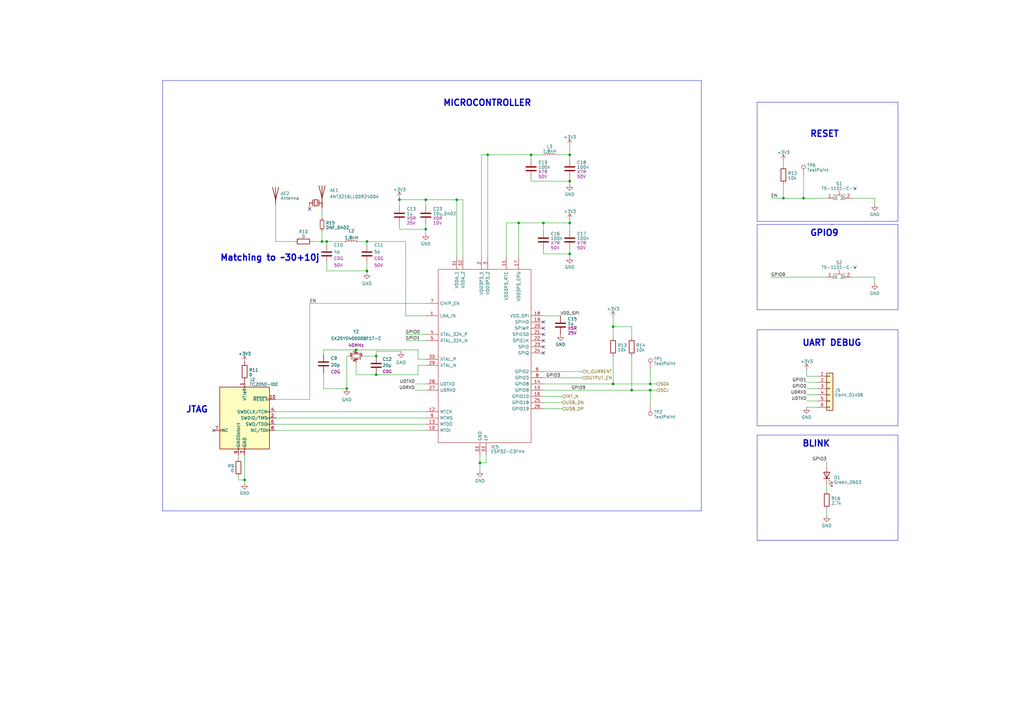
<source format=kicad_sch>
(kicad_sch (version 20230121) (generator eeschema)
  (paper "A3")
  (lib_symbols
    (symbol "Button_JLC:TS-1101-C-W" (pin_names (offset 0.762))
      (property "Reference" "S" (at 19.05 7.62 0))
      (property "Value" "TS-1101-C-W" (at 19.05 5.08 0))
      (symbol "TS-1101-C-W_0_1"
        (polyline (pts (xy 8.89 3.175) (xy 8.89 4.953)))
        (polyline (pts (xy 11.43 3.175) (xy 6.35 3.175)))
        (circle (center 6.858 1.905) (radius 0.508))
        (circle (center 10.922 1.905) (radius 0.508))
        (pin passive line (at 3.81 1.905 0) (length 2.54) (name "1") (number "1"))
        (pin passive line (at 13.97 1.905 180) (length 2.54) (name "2") (number "2"))
      )
    )
    (symbol "Capacitor_JLC:100n" (pin_numbers hide) (pin_names (offset 0.254))
      (property "Reference" "C" (at 3.175 3.175 0))
      (property "Value" "100n" (at 3.175 1.27 0))
      (property "Type" "X7R" (at 5.08 -3.175 0))
      (property "Voltage" "50V" (at 5.08 -1.27 0))
      (symbol "100n_0_1"
        (polyline (pts (xy -2.032 -0.762) (xy 2.032 -0.762)) (stroke (width 0.508)))
        (polyline (pts (xy -2.032 0.762) (xy 2.032 0.762)) (stroke (width 0.508)))
      )
      (symbol "100n_1_1"
        (pin passive line (at 0 3.81 270) (length 2.794) (name "~") (number "1"))
        (pin passive line (at 0 -3.81 90) (length 2.794) (name "~") (number "2"))
      )
    )
    (symbol "Capacitor_JLC:10u_0402" (pin_numbers hide) (pin_names (offset 0.254))
      (property "Reference" "C" (at 3.175 3.175 0))
      (property "Value" "10u_0402" (at 3.175 1.27 0))
      (property "Type" "X5R" (at 5.08 -3.175 0))
      (property "Voltage" "10V" (at 5.08 -1.27 0))
      (symbol "10u_0402_0_1"
        (polyline (pts (xy -2.032 -0.762) (xy 2.032 -0.762)) (stroke (width 0.508)))
        (polyline (pts (xy -2.032 0.762) (xy 2.032 0.762)) (stroke (width 0.508)))
      )
      (symbol "10u_0402_1_1"
        (pin passive line (at 0 3.81 270) (length 2.794) (name "~") (number "1"))
        (pin passive line (at 0 -3.81 90) (length 2.794) (name "~") (number "2"))
      )
    )
    (symbol "Capacitor_JLC:1u" (pin_numbers hide) (pin_names (offset 0.254))
      (property "Reference" "C" (at 0.635 2.54 0))
      (property "Value" "1u" (at 0.635 -2.54 0))
      (property "Type" "X5R" (at 5.08 2.54 0))
      (property "Voltage" "25V" (at 5.08 0 0))
      (symbol "1u_0_1"
        (polyline (pts (xy -2.032 -0.762) (xy 2.032 -0.762)) (stroke (width 0.508)))
        (polyline (pts (xy -2.032 0.762) (xy 2.032 0.762)) (stroke (width 0.508)))
      )
      (symbol "1u_1_1"
        (pin passive line (at 0 3.81 270) (length 2.794) (name "~") (number "1"))
        (pin passive line (at 0 -3.81 90) (length 2.794) (name "~") (number "2"))
      )
    )
    (symbol "Capacitor_JLC:20p" (pin_numbers hide) (pin_names (offset 0.254))
      (property "Reference" "C" (at 0.635 2.54 0))
      (property "Value" "20p" (at 0.635 -2.54 0))
      (property "Type" "C0G" (at 0 0 0))
      (symbol "20p_0_1"
        (polyline (pts (xy -2.032 -0.762) (xy 2.032 -0.762)) (stroke (width 0.508)))
        (polyline (pts (xy -2.032 0.762) (xy 2.032 0.762)) (stroke (width 0.508)))
      )
      (symbol "20p_1_1"
        (pin passive line (at 0 3.81 270) (length 2.794) (name "~") (number "1"))
        (pin passive line (at 0 -3.81 90) (length 2.794) (name "~") (number "2"))
      )
    )
    (symbol "Capacitor_JLC:4p" (pin_numbers hide) (pin_names (offset 0.254))
      (property "Reference" "C" (at 0.635 2.54 0))
      (property "Value" "4p" (at 0.635 -2.54 0))
      (property "Type" "C0G" (at 5.08 2.54 0))
      (property "Voltage" "50V" (at 5.08 0 0))
      (symbol "4p_0_1"
        (polyline (pts (xy -2.032 -0.762) (xy 2.032 -0.762)) (stroke (width 0.508)))
        (polyline (pts (xy -2.032 0.762) (xy 2.032 0.762)) (stroke (width 0.508)))
      )
      (symbol "4p_1_1"
        (pin passive line (at 0 3.81 270) (length 2.794) (name "~") (number "1"))
        (pin passive line (at 0 -3.81 90) (length 2.794) (name "~") (number "2"))
      )
    )
    (symbol "Capacitor_JLC:5p" (pin_numbers hide) (pin_names (offset 0.254))
      (property "Reference" "C" (at 0.635 2.54 0))
      (property "Value" "5p" (at 0.635 -2.54 0))
      (property "Type" "C0G" (at 5.08 2.54 0))
      (property "Voltage" "50V" (at 5.08 0 0))
      (symbol "5p_0_1"
        (polyline (pts (xy -2.032 -0.762) (xy 2.032 -0.762)) (stroke (width 0.508)))
        (polyline (pts (xy -2.032 0.762) (xy 2.032 0.762)) (stroke (width 0.508)))
      )
      (symbol "5p_1_1"
        (pin passive line (at 0 3.81 270) (length 2.794) (name "~") (number "1"))
        (pin passive line (at 0 -3.81 90) (length 2.794) (name "~") (number "2"))
      )
    )
    (symbol "Connector:TestPoint" (pin_numbers hide) (pin_names (offset 0.762) hide)
      (property "Reference" "TP" (at 0 6.858 0))
      (property "Value" "TestPoint" (at 0 5.08 0))
      (symbol "TestPoint_0_1"
        (circle (center 0 3.302) (radius 0.762))
      )
      (symbol "TestPoint_1_1"
        (pin passive line (at 0 0 90) (length 2.54) (name "1") (number "1"))
      )
    )
    (symbol "Connector_JLC:Conn_01x06" (pin_names (offset 1.016) hide)
      (property "Reference" "J" (at 0 7.62 0))
      (property "Value" "Conn_01x06" (at 0 -10.16 0))
      (symbol "Conn_01x06_1_1"
        (rectangle (start -1.27 -7.493) (end 0 -7.747) (stroke (width 0.1524)))
        (rectangle (start -1.27 -4.953) (end 0 -5.207) (stroke (width 0.1524)))
        (rectangle (start -1.27 -2.413) (end 0 -2.667) (stroke (width 0.1524)))
        (rectangle (start -1.27 0.127) (end 0 -0.127) (stroke (width 0.1524)))
        (rectangle (start -1.27 2.667) (end 0 2.413) (stroke (width 0.1524)))
        (rectangle (start -1.27 5.207) (end 0 4.953) (stroke (width 0.1524)))
        (rectangle (start -1.27 6.35) (end 1.27 -8.89) (stroke (width 0.254)) (fill (type background)))
        (pin passive line (at -5.08 5.08 0) (length 3.81) (name "Pin_1") (number "1"))
        (pin passive line (at -5.08 2.54 0) (length 3.81) (name "Pin_2") (number "2"))
        (pin passive line (at -5.08 0 0) (length 3.81) (name "Pin_3") (number "3"))
        (pin passive line (at -5.08 -2.54 0) (length 3.81) (name "Pin_4") (number "4"))
        (pin passive line (at -5.08 -5.08 0) (length 3.81) (name "Pin_5") (number "5"))
        (pin passive line (at -5.08 -7.62 0) (length 3.81) (name "Pin_6") (number "6"))
      )
    )
    (symbol "Device:Antenna" (pin_numbers hide) (pin_names (offset 1.016) hide)
      (property "Reference" "AE" (at -1.905 1.905 0))
      (property "Value" "Antenna" (at -1.905 0 0))
      (symbol "Antenna_0_1"
        (polyline (pts (xy 0 2.54) (xy 0 -3.81)) (stroke (width 0.254)))
        (polyline (pts (xy 1.27 2.54) (xy 0 -2.54) (xy -1.27 2.54)) (stroke (width 0.254)))
      )
      (symbol "Antenna_1_1"
        (pin input line (at 0 -5.08 90) (length 2.54) (name "A") (number "1"))
      )
    )
    (symbol "Diode_JLC:Green_0603" (pin_numbers hide) (pin_names (offset 1.016) hide)
      (property "Reference" "D" (at 0 5.08 0))
      (property "Value" "Green_0603" (at 0 3.175 0))
      (symbol "Green_0603_0_1"
        (polyline (pts (xy -1.27 -1.27) (xy -1.27 1.27)) (stroke (width 0.254)))
        (polyline (pts (xy -1.27 0) (xy 1.27 0)))
        (polyline (pts (xy 1.27 -1.27) (xy 1.27 1.27) (xy -1.27 0) (xy 1.27 -1.27)) (stroke (width 0.254)))
        (polyline (pts (xy -3.048 -0.762) (xy -4.572 -2.286) (xy -3.81 -2.286) (xy -4.572 -2.286) (xy -4.572 -1.524)))
        (polyline (pts (xy -1.778 -0.762) (xy -3.302 -2.286) (xy -2.54 -2.286) (xy -3.302 -2.286) (xy -3.302 -1.524)))
      )
      (symbol "Green_0603_1_1"
        (pin passive line (at -3.81 0 0) (length 2.54) (name "K") (number "1"))
        (pin passive line (at 3.81 0 180) (length 2.54) (name "A") (number "2"))
      )
    )
    (symbol "Inductor_JLC:1.8nH" (pin_numbers hide) (pin_names (offset 0.254) hide)
      (property "Reference" "L" (at 0.762 1.016 0))
      (property "Value" "1.8nH" (at 0.762 -1.016 0))
      (symbol "1.8nH_0_1"
        (arc (start 0 -2.032) (mid 0.5058 -1.524) (end 0 -1.016))
        (arc (start 0 -1.016) (mid 0.5058 -0.508) (end 0 0))
        (arc (start 0 0) (mid 0.5058 0.508) (end 0 1.016))
        (arc (start 0 1.016) (mid 0.5058 1.524) (end 0 2.032))
      )
      (symbol "1.8nH_1_1"
        (pin passive line (at 0 2.54 270) (length 0.508) (name "~") (number "1"))
        (pin passive line (at 0 -2.54 90) (length 0.508) (name "~") (number "2"))
      )
    )
    (symbol "MCU_JLC:ESP32-C3FH4" (pin_names (offset 0.762))
      (property "Reference" "IC" (at 142.875 -2.54 0))
      (property "Value" "ESP32-C3FH4" (at 142.875 -5.08 0))
      (symbol "ESP32-C3FH4_0_0"
        (pin passive line (at -5.08 -19.05 0) (length 5.08) (name "LNA_IN") (number "1"))
        (pin passive line (at -5.08 -66.04 0) (length 5.08) (name "MTDI") (number "10"))
        (pin passive line (at 27.94 5.08 270) (length 5.08) (name "VDD3P3_RTC") (number "11"))
        (pin passive line (at -5.08 -58.42 0) (length 5.08) (name "MTCK") (number "12"))
        (pin passive line (at -5.08 -63.5 0) (length 5.08) (name "MTDO") (number "13"))
        (pin passive line (at 43.18 -46.99 180) (length 5.08) (name "GPIO8") (number "14"))
        (pin passive line (at 43.18 -49.53 180) (length 5.08) (name "GPIO9") (number "15"))
        (pin passive line (at 43.18 -52.07 180) (length 5.08) (name "GPIO10") (number "16"))
        (pin passive line (at 33.02 5.08 270) (length 5.08) (name "VDD3P3_CPU") (number "17"))
        (pin passive line (at 43.18 -19.05 180) (length 5.08) (name "VDD_SPI") (number "18"))
        (pin passive line (at 43.18 -21.59 180) (length 5.08) (name "SPIHD") (number "19"))
        (pin passive line (at 17.78 5.08 270) (length 5.08) (name "VDD3P3_1") (number "2"))
        (pin passive line (at 43.18 -24.13 180) (length 5.08) (name "SPIWP") (number "20"))
        (pin passive line (at 43.18 -26.67 180) (length 5.08) (name "SPICS0") (number "21"))
        (pin passive line (at 43.18 -29.21 180) (length 5.08) (name "SPICLK") (number "22"))
        (pin passive line (at 43.18 -31.75 180) (length 5.08) (name "SPID") (number "23"))
        (pin passive line (at 43.18 -34.29 180) (length 5.08) (name "SPIQ") (number "24"))
        (pin passive line (at 43.18 -54.61 180) (length 5.08) (name "GPIO18") (number "25"))
        (pin passive line (at 43.18 -57.15 180) (length 5.08) (name "GPIO19") (number "26"))
        (pin passive line (at -5.08 -49.53 0) (length 5.08) (name "U0RXD") (number "27"))
        (pin passive line (at -5.08 -46.99 0) (length 5.08) (name "U0TXD") (number "28"))
        (pin passive line (at -5.08 -39.37 0) (length 5.08) (name "XTAL_N") (number "29"))
        (pin passive line (at 20.32 5.08 270) (length 5.08) (name "VDD3P3_2") (number "3"))
        (pin passive line (at -5.08 -36.83 0) (length 5.08) (name "XTAL_P") (number "30"))
        (pin passive line (at 7.62 5.08 270) (length 5.08) (name "VDDA_1") (number "31"))
        (pin passive line (at 10.16 5.08 270) (length 5.08) (name "VDDA_2") (number "32"))
        (pin passive line (at 19.685 -76.2 90) (length 5.08) (name "EP") (number "33"))
        (pin passive line (at 17.145 -76.2 90) (length 5.08) (name "GND") (number "33"))
        (pin passive line (at -5.08 -26.67 0) (length 5.08) (name "XTAL_32K_P") (number "4"))
        (pin passive line (at -5.08 -29.21 0) (length 5.08) (name "XTAL_32K_N") (number "5"))
        (pin passive line (at 43.18 -41.91 180) (length 5.08) (name "GPIO2") (number "6"))
        (pin passive line (at -5.08 -13.97 0) (length 5.08) (name "CHIP_EN") (number "7"))
        (pin passive line (at 43.18 -44.45 180) (length 5.08) (name "GPIO3") (number "8"))
        (pin passive line (at -5.08 -60.96 0) (length 5.08) (name "MTMS") (number "9"))
      )
      (symbol "ESP32-C3FH4_0_1"
        (rectangle (start 0 -71.12) (end 38.1 0) (stroke (width 0.1524)))
      )
    )
    (symbol "Misc_JLC:SX25Y040000BF1T-C" (pin_names (offset 1.016) hide)
      (property "Reference" "Y" (at 1.27 4.445 0))
      (property "Value" "SX25Y040000BF1T-C" (at 1.27 2.54 0))
      (property "Frequency" "40MHz" (at 13.335 4.445 0))
      (symbol "SX25Y040000BF1T-C_0_1"
        (rectangle (start -0.762 -1.524) (end 0.762 1.524))
        (polyline (pts (xy -1.27 -0.762) (xy -1.27 0.762)) (stroke (width 0.381)))
        (polyline (pts (xy 1.27 -0.762) (xy 1.27 0.762)) (stroke (width 0.381)))
        (polyline (pts (xy -1.27 -1.27) (xy -1.27 -1.905) (xy 1.27 -1.905) (xy 1.27 -1.27)))
        (polyline (pts (xy -1.27 1.27) (xy -1.27 1.905) (xy 1.27 1.905) (xy 1.27 1.27)))
      )
      (symbol "SX25Y040000BF1T-C_1_1"
        (pin passive line (at -2.54 0 0) (length 1.27) (name "1") (number "1"))
        (pin passive line (at 0 -2.54 90) (length 0.635) (name "2") (number "2"))
        (pin passive line (at 2.54 0 180) (length 1.27) (name "3") (number "3"))
        (pin passive line (at 0 2.54 270) (length 0.635) (name "4") (number "4"))
      )
    )
    (symbol "RF_JLC:ANT3216LL00R2400A" (pin_numbers hide) (pin_names (offset 1.016) hide)
      (property "Reference" "AE" (at 0 5.08 0))
      (property "Value" "ANT3216LL00R2400A" (at 0 3.175 0))
      (symbol "ANT3216LL00R2400A_0_1"
        (polyline (pts (xy -2.54 0) (xy -2.54 -0.635)) (stroke (width 0.254)))
        (polyline (pts (xy -2.54 0) (xy -1.27 0)) (stroke (width 0.254)))
        (polyline (pts (xy 1.27 0) (xy 2.54 0)) (stroke (width 0.254)))
        (polyline (pts (xy 1.27 1.27) (xy 1.27 -1.27)) (stroke (width 0.254)))
        (polyline (pts (xy 2.54 -0.635) (xy 2.54 0)))
        (polyline (pts (xy 2.54 6.985) (xy 2.54 -1.905)) (stroke (width 0.254)))
        (polyline (pts (xy -1.27 1.27) (xy -1.27 -1.27) (xy -1.27 0)) (stroke (width 0.254)))
        (polyline (pts (xy 3.81 6.985) (xy 2.54 1.905) (xy 1.27 6.985)) (stroke (width 0.254)))
        (polyline (pts (xy -0.635 1.27) (xy 0.635 1.27) (xy 0.635 -1.27) (xy -0.635 -1.27) (xy -0.635 1.27)) (stroke (width 0.254)))
      )
      (symbol "ANT3216LL00R2400A_1_1"
        (pin input line (at -2.54 -2.54 90) (length 2.54) (name "FEED") (number "1"))
        (pin passive line (at 2.54 -2.54 90) (length 2.54) (name "PCB_Trace") (number "2"))
      )
    )
    (symbol "Resistor_JLC:0" (pin_numbers hide) (pin_names (offset 0))
      (property "Reference" "R" (at 2.032 0 90))
      (property "Value" "0" (at 0 0 90))
      (symbol "0_0_1"
        (rectangle (start -1.016 -2.54) (end 1.016 2.54) (stroke (width 0.254)))
      )
      (symbol "0_1_1"
        (pin passive line (at 0 3.81 270) (length 1.27) (name "~") (number "1"))
        (pin passive line (at 0 -3.81 90) (length 1.27) (name "~") (number "2"))
      )
    )
    (symbol "Resistor_JLC:10k" (pin_numbers hide) (pin_names (offset 0))
      (property "Reference" "R" (at 2.032 0 90))
      (property "Value" "10k" (at 0 0 90))
      (symbol "10k_0_1"
        (rectangle (start -1.016 -2.54) (end 1.016 2.54) (stroke (width 0.254)))
      )
      (symbol "10k_1_1"
        (pin passive line (at 0 3.81 270) (length 1.27) (name "~") (number "1"))
        (pin passive line (at 0 -3.81 90) (length 1.27) (name "~") (number "2"))
      )
    )
    (symbol "Resistor_JLC:2.7k" (pin_numbers hide) (pin_names (offset 0))
      (property "Reference" "R" (at 2.032 0 90))
      (property "Value" "2.7k" (at 0 0 90))
      (symbol "2.7k_0_1"
        (rectangle (start -1.016 -2.54) (end 1.016 2.54) (stroke (width 0.254)))
      )
      (symbol "2.7k_1_1"
        (pin passive line (at 0 3.81 270) (length 1.27) (name "~") (number "1"))
        (pin passive line (at 0 -3.81 90) (length 1.27) (name "~") (number "2"))
      )
    )
    (symbol "personal:DNF_0402" (pin_numbers hide) (pin_names (offset 0.254) hide)
      (property "Reference" "R" (at 0.762 0.508 0))
      (property "Value" "DNF_0402" (at 0.762 -1.016 0))
      (symbol "DNF_0402_0_1"
        (rectangle (start -0.762 1.778) (end 0.762 -1.778) (stroke (width 0.2032)))
      )
      (symbol "DNF_0402_1_1"
        (pin passive line (at 0 2.54 270) (length 0.762) (name "~") (number "1"))
        (pin passive line (at 0 -2.54 90) (length 0.762) (name "~") (number "2"))
      )
    )
    (symbol "personal:TC2050-IDC" (pin_names (offset 0.762))
      (property "Reference" "J" (at 19.05 7.62 0))
      (property "Value" "TC2050-IDC" (at 19.05 5.08 0))
      (symbol "TC2050-IDC_1_1"
        (rectangle (start -26.67 -27.686) (end -25.654 -28.194))
        (rectangle (start -26.67 -10.16) (end -6.35 -35.56) (stroke (width 0.254)) (fill (type background)))
        (rectangle (start -19.304 -35.56) (end -18.796 -34.544))
        (rectangle (start -16.764 -35.56) (end -16.256 -34.544))
        (rectangle (start -16.764 -10.16) (end -16.256 -11.176))
        (rectangle (start -7.366 -28.194) (end -6.35 -27.686))
        (rectangle (start -7.366 -20.574) (end -6.35 -20.066))
        (rectangle (start -6.35 -25.654) (end -7.366 -25.146))
        (rectangle (start -6.35 -23.114) (end -7.366 -22.606))
        (rectangle (start -6.35 -14.986) (end -7.366 -15.494))
        (pin power_in line (at -16.51 -7.62 270) (length 2.54) (name "VTref") (number "1"))
        (pin open_collector line (at -3.81 -15.24 180) (length 2.54) (name "~{RESET}") (number "10"))
        (pin bidirectional line (at -3.81 -22.86 180) (length 2.54) (name "SWDIO/TMS") (number "2"))
        (pin power_in line (at -16.51 -38.1 90) (length 2.54) (name "GND") (number "3"))
        (pin output line (at -3.81 -20.32 180) (length 2.54) (name "SWDCLK/TCK") (number "4"))
        (pin passive line (at -16.51 -38.1 90) (length 2.54) hide (name "GND") (number "5"))
        (pin input line (at -3.81 -25.4 180) (length 2.54) (name "SWO/TDO") (number "6"))
        (pin no_connect line (at -26.67 -22.86 0) (length 2.54) hide (name "KEY") (number "7"))
        (pin passive line (at -29.21 -27.94 0) (length 2.54) (name "NC") (number "7"))
        (pin output line (at -3.81 -27.94 180) (length 2.54) (name "NC/TDI") (number "8"))
        (pin passive line (at -19.05 -38.1 90) (length 2.54) (name "GNDDetect") (number "9"))
      )
    )
    (symbol "power:+3V3" (power) (pin_names (offset 0))
      (property "Value" "+3V3" (at 0 3.556 0))
      (symbol "+3V3_0_1"
        (polyline (pts (xy -0.762 1.27) (xy 0 2.54)))
        (polyline (pts (xy 0 0) (xy 0 2.54)))
        (polyline (pts (xy 0 2.54) (xy 0.762 1.27)))
      )
      (symbol "+3V3_1_1"
        (pin power_in line (at 0 0 90) (length 0) hide (name "+3V3") (number "1"))
      )
    )
    (symbol "power:GND" (power) (pin_names (offset 0))
      (property "Value" "GND" (at 0 -3.81 0))
      (symbol "GND_0_1"
        (polyline (pts (xy 0 0) (xy 0 -1.27) (xy 1.27 -1.27) (xy 0 -2.54) (xy -1.27 -1.27) (xy 0 -1.27)))
      )
      (symbol "GND_1_1"
        (pin power_in line (at 0 0 270) (length 0) hide (name "GND") (number "1"))
      )
    )
  )
  (junction (at 196.85 189.865))
  (junction (at 154.305 153.67))
  (junction (at 266.7 160.02))
  (junction (at 233.68 63.5))
  (junction (at 200.025 63.5))
  (junction (at 251.46 133.985))
  (junction (at 233.68 74.295))
  (junction (at 187.325 81.915))
  (junction (at 233.68 104.14))
  (junction (at 150.495 111.125))
  (junction (at 132.08 99.06))
  (junction (at 259.08 160.02))
  (junction (at 251.46 157.48))
  (junction (at 212.725 91.44))
  (junction (at 217.805 63.5))
  (junction (at 154.305 146.05))
  (junction (at 150.495 99.06))
  (junction (at 133.985 99.06))
  (junction (at 266.7 157.48))
  (junction (at 174.625 93.98))
  (junction (at 321.31 81.28))
  (junction (at 233.68 91.44))
  (junction (at 146.05 143.51))
  (junction (at 163.83 81.915))
  (junction (at 329.565 81.28))
  (junction (at 100.33 196.85))
  (junction (at 142.24 159.385))
  (junction (at 222.885 91.44))
  (junction (at 174.625 81.915))
  (no_connect (at 222.885 132.08))
  (no_connect (at 222.885 134.62))
  (no_connect (at 127 85.725))
  (no_connect (at 222.885 144.78))
  (no_connect (at 87.63 176.53))
  (no_connect (at 222.885 142.24))
  (no_connect (at 222.885 139.7))
  (no_connect (at 222.885 137.16))
  (wire (pts (xy 171.45 149.86) (xy 171.45 153.67)))
  (wire (pts (xy 212.725 105.41) (xy 212.725 91.44)))
  (wire (pts (xy 146.05 143.51) (xy 132.715 143.51)))
  (polyline (pts (xy 368.3 127) (xy 310.515 127)))
  (wire (pts (xy 171.45 143.51) (xy 171.45 147.32)))
  (wire (pts (xy 199.39 186.69) (xy 199.39 189.865)))
  (wire (pts (xy 259.08 146.05) (xy 259.08 160.02)))
  (wire (pts (xy 97.79 186.69) (xy 97.79 187.96)))
  (wire (pts (xy 251.46 130.175) (xy 251.46 133.985)))
  (wire (pts (xy 233.68 73.025) (xy 233.68 74.295)))
  (wire (pts (xy 335.28 164.465) (xy 330.835 164.465)))
  (polyline (pts (xy 66.675 33.02) (xy 287.655 33.02)))
  (polyline (pts (xy 310.515 135.255) (xy 368.3 135.255)))
  (wire (pts (xy 222.885 154.94) (xy 238.76 154.94)))
  (wire (pts (xy 200.025 63.5) (xy 217.805 63.5)))
  (wire (pts (xy 133.985 99.06) (xy 133.985 100.33)))
  (wire (pts (xy 349.25 113.665) (xy 358.775 113.665)))
  (wire (pts (xy 227.965 63.5) (xy 233.68 63.5)))
  (wire (pts (xy 266.7 160.02) (xy 269.24 160.02)))
  (wire (pts (xy 329.565 81.28) (xy 339.09 81.28)))
  (wire (pts (xy 100.33 196.85) (xy 100.33 198.12)))
  (wire (pts (xy 113.03 173.99) (xy 174.625 173.99)))
  (polyline (pts (xy 350.52 41.91) (xy 368.3 41.91)))
  (wire (pts (xy 174.625 93.98) (xy 174.625 92.075)))
  (wire (pts (xy 154.305 146.05) (xy 148.59 146.05)))
  (wire (pts (xy 113.03 84.455) (xy 113.03 99.06)))
  (wire (pts (xy 113.03 176.53) (xy 174.625 176.53)))
  (wire (pts (xy 128.27 99.06) (xy 132.08 99.06)))
  (wire (pts (xy 146.05 153.67) (xy 154.305 153.67)))
  (wire (pts (xy 171.45 147.32) (xy 174.625 147.32)))
  (polyline (pts (xy 368.3 92.075) (xy 368.3 127)))
  (wire (pts (xy 187.325 81.915) (xy 189.865 81.915)))
  (wire (pts (xy 222.885 165.1) (xy 230.505 165.1)))
  (wire (pts (xy 329.565 71.755) (xy 329.565 81.28)))
  (polyline (pts (xy 287.655 33.02) (xy 287.655 209.55)))
  (wire (pts (xy 97.79 196.85) (xy 100.33 196.85)))
  (polyline (pts (xy 368.3 41.91) (xy 368.3 90.805)))
  (wire (pts (xy 316.23 81.28) (xy 321.31 81.28)))
  (wire (pts (xy 189.865 81.915) (xy 189.865 105.41)))
  (polyline (pts (xy 310.515 92.075) (xy 341.63 92.075)))
  (polyline (pts (xy 310.515 174.625) (xy 310.515 135.255)))
  (wire (pts (xy 233.68 74.295) (xy 233.68 75.565)))
  (wire (pts (xy 150.495 107.95) (xy 150.495 111.125)))
  (wire (pts (xy 330.835 156.845) (xy 335.28 156.845)))
  (wire (pts (xy 222.885 94.615) (xy 222.885 91.44)))
  (wire (pts (xy 321.31 75.565) (xy 321.31 81.28)))
  (wire (pts (xy 163.83 81.28) (xy 163.83 81.915)))
  (wire (pts (xy 335.28 161.925) (xy 330.835 161.925)))
  (polyline (pts (xy 310.515 178.435) (xy 368.3 178.435)))
  (wire (pts (xy 217.805 74.295) (xy 233.68 74.295)))
  (polyline (pts (xy 368.3 90.805) (xy 310.515 90.805)))
  (wire (pts (xy 171.45 153.67) (xy 154.305 153.67)))
  (wire (pts (xy 217.805 65.405) (xy 217.805 63.5)))
  (wire (pts (xy 132.715 153.035) (xy 132.715 159.385)))
  (wire (pts (xy 163.83 81.915) (xy 174.625 81.915)))
  (wire (pts (xy 197.485 63.5) (xy 200.025 63.5)))
  (wire (pts (xy 330.835 154.305) (xy 335.28 154.305)))
  (polyline (pts (xy 310.515 221.615) (xy 310.515 178.435)))
  (wire (pts (xy 132.715 159.385) (xy 142.24 159.385)))
  (polyline (pts (xy 310.515 41.91) (xy 350.52 41.91)))
  (wire (pts (xy 163.83 93.98) (xy 174.625 93.98)))
  (wire (pts (xy 154.305 144.145) (xy 154.305 146.05)))
  (wire (pts (xy 251.46 157.48) (xy 266.7 157.48)))
  (wire (pts (xy 154.305 144.145) (xy 164.465 144.145)))
  (wire (pts (xy 266.7 160.02) (xy 266.7 166.37)))
  (wire (pts (xy 233.68 91.44) (xy 233.68 94.615)))
  (wire (pts (xy 222.885 157.48) (xy 251.46 157.48)))
  (wire (pts (xy 266.7 151.13) (xy 266.7 157.48)))
  (wire (pts (xy 222.885 162.56) (xy 230.505 162.56)))
  (wire (pts (xy 233.68 104.14) (xy 233.68 105.41)))
  (wire (pts (xy 233.68 59.69) (xy 233.68 63.5)))
  (wire (pts (xy 251.46 133.985) (xy 251.46 138.43)))
  (wire (pts (xy 321.31 81.28) (xy 329.565 81.28)))
  (wire (pts (xy 132.08 94.615) (xy 132.08 99.06)))
  (wire (pts (xy 222.885 102.235) (xy 222.885 104.14)))
  (wire (pts (xy 358.775 113.665) (xy 358.775 116.205)))
  (wire (pts (xy 174.625 93.98) (xy 174.625 95.885)))
  (wire (pts (xy 133.985 111.125) (xy 150.495 111.125)))
  (wire (pts (xy 197.485 63.5) (xy 197.485 105.41)))
  (wire (pts (xy 339.09 198.755) (xy 339.09 201.295)))
  (wire (pts (xy 142.24 146.05) (xy 143.51 146.05)))
  (wire (pts (xy 133.985 107.95) (xy 133.985 111.125)))
  (wire (pts (xy 222.885 152.4) (xy 238.76 152.4)))
  (wire (pts (xy 133.985 99.06) (xy 141.605 99.06)))
  (wire (pts (xy 97.79 195.58) (xy 97.79 196.85)))
  (wire (pts (xy 146.05 148.59) (xy 146.05 153.67)))
  (polyline (pts (xy 368.3 221.615) (xy 310.515 221.615)))
  (wire (pts (xy 166.37 99.06) (xy 166.37 129.54)))
  (polyline (pts (xy 368.3 174.625) (xy 310.515 174.625)))
  (wire (pts (xy 200.025 105.41) (xy 200.025 63.5)))
  (wire (pts (xy 174.625 81.915) (xy 174.625 84.455)))
  (wire (pts (xy 251.46 133.985) (xy 259.08 133.985)))
  (wire (pts (xy 196.85 186.69) (xy 196.85 189.865)))
  (wire (pts (xy 170.18 157.48) (xy 174.625 157.48)))
  (wire (pts (xy 339.09 189.23) (xy 339.09 191.135)))
  (wire (pts (xy 259.08 160.02) (xy 266.7 160.02)))
  (wire (pts (xy 222.885 167.64) (xy 230.505 167.64)))
  (polyline (pts (xy 310.515 90.805) (xy 310.515 41.91)))
  (wire (pts (xy 330.835 151.765) (xy 330.835 154.305)))
  (wire (pts (xy 199.39 189.865) (xy 196.85 189.865)))
  (wire (pts (xy 217.805 73.025) (xy 217.805 74.295)))
  (wire (pts (xy 113.03 171.45) (xy 174.625 171.45)))
  (polyline (pts (xy 340.995 92.075) (xy 368.3 92.075)))
  (wire (pts (xy 222.885 129.54) (xy 229.87 129.54)))
  (wire (pts (xy 113.03 99.06) (xy 120.65 99.06)))
  (wire (pts (xy 233.68 102.235) (xy 233.68 104.14)))
  (wire (pts (xy 349.25 81.28) (xy 358.775 81.28)))
  (wire (pts (xy 266.7 157.48) (xy 269.24 157.48)))
  (polyline (pts (xy 368.3 178.435) (xy 368.3 221.615)))
  (wire (pts (xy 113.03 168.91) (xy 174.625 168.91)))
  (wire (pts (xy 150.495 99.06) (xy 150.495 100.33)))
  (wire (pts (xy 358.775 81.28) (xy 358.775 83.82)))
  (wire (pts (xy 166.37 137.16) (xy 174.625 137.16)))
  (polyline (pts (xy 310.515 127) (xy 310.515 92.075)))
  (wire (pts (xy 132.08 99.06) (xy 133.985 99.06)))
  (wire (pts (xy 127 124.46) (xy 174.625 124.46)))
  (wire (pts (xy 113.03 163.83) (xy 127 163.83)))
  (wire (pts (xy 217.805 63.5) (xy 222.885 63.5)))
  (wire (pts (xy 146.685 99.06) (xy 150.495 99.06)))
  (wire (pts (xy 127 163.83) (xy 127 124.46)))
  (wire (pts (xy 150.495 99.06) (xy 166.37 99.06)))
  (wire (pts (xy 100.33 186.69) (xy 100.33 196.85)))
  (wire (pts (xy 321.31 66.04) (xy 321.31 67.945)))
  (wire (pts (xy 132.715 143.51) (xy 132.715 145.415)))
  (wire (pts (xy 170.18 160.02) (xy 174.625 160.02)))
  (wire (pts (xy 142.24 146.05) (xy 142.24 159.385)))
  (polyline (pts (xy 368.3 135.255) (xy 368.3 174.625)))
  (wire (pts (xy 330.835 167.005) (xy 335.28 167.005)))
  (wire (pts (xy 251.46 146.05) (xy 251.46 157.48)))
  (wire (pts (xy 222.885 104.14) (xy 233.68 104.14)))
  (wire (pts (xy 233.68 90.17) (xy 233.68 91.44)))
  (wire (pts (xy 166.37 139.7) (xy 174.625 139.7)))
  (wire (pts (xy 339.09 208.915) (xy 339.09 211.455)))
  (wire (pts (xy 163.83 81.915) (xy 163.83 84.455)))
  (wire (pts (xy 233.68 63.5) (xy 233.68 65.405)))
  (wire (pts (xy 187.325 105.41) (xy 187.325 81.915)))
  (wire (pts (xy 174.625 149.86) (xy 171.45 149.86)))
  (wire (pts (xy 150.495 111.125) (xy 150.495 111.76)))
  (polyline (pts (xy 66.675 209.55) (xy 66.675 33.02)))
  (wire (pts (xy 132.08 85.725) (xy 132.08 89.535)))
  (wire (pts (xy 316.23 113.665) (xy 339.09 113.665)))
  (wire (pts (xy 212.725 91.44) (xy 222.885 91.44)))
  (wire (pts (xy 166.37 129.54) (xy 174.625 129.54)))
  (wire (pts (xy 330.835 159.385) (xy 335.28 159.385)))
  (wire (pts (xy 259.08 133.985) (xy 259.08 138.43)))
  (wire (pts (xy 222.885 160.02) (xy 259.08 160.02)))
  (wire (pts (xy 196.85 189.865) (xy 196.85 193.04)))
  (wire (pts (xy 207.645 91.44) (xy 212.725 91.44)))
  (wire (pts (xy 207.645 91.44) (xy 207.645 105.41)))
  (wire (pts (xy 222.885 91.44) (xy 233.68 91.44)))
  (wire (pts (xy 174.625 81.915) (xy 187.325 81.915)))
  (polyline (pts (xy 287.655 209.55) (xy 66.675 209.55)))
  (wire (pts (xy 163.83 92.075) (xy 163.83 93.98)))
  (wire (pts (xy 171.45 143.51) (xy 146.05 143.51)))
  (text "GPIO9" (at 332.105 97.155 0) (effects (font (size 2.54 2.54) (thickness 0.508) bold) (justify left bottom)))
  (text "MICROCONTROLLER" (at 181.61 43.815 0) (effects (font (size 2.54 2.54) (thickness 0.508) bold) (justify left bottom)))
  (text "JTAG" (at 76.2 169.545 0) (effects (font (size 2.54 2.54) (thickness 0.508) bold) (justify left bottom)))
  (text "UART DEBUG" (at 328.93 142.24 0) (effects (font (size 2.54 2.54) (thickness 0.508) bold) (justify left bottom)))
  (text "Matching to ~30+10j" (at 90.17 107.315 0) (effects (font (size 2.54 2.54) (thickness 0.508) bold) (justify left bottom)))
  (text "BLINK" (at 328.93 183.515 0) (effects (font (size 2.54 2.54) (thickness 0.508) bold) (justify left bottom)))
  (text "RESET" (at 332.105 56.515 0) (effects (font (size 2.54 2.54) (thickness 0.508) bold) (justify left bottom)))
  (label "EN" (at 316.23 81.28 0))
  (label "GPIO1" (at 330.835 156.845 180))
  (label "GPIO9" (at 316.23 113.665 0))
  (label "U0RXD" (at 170.18 160.02 180))
  (label "GPIO3" (at 339.09 189.23 180))
  (label "U0TXD" (at 330.835 164.465 180))
  (label "VDD_SPI" (at 229.87 129.54 0))
  (label "GPIO3" (at 229.87 154.94 180))
  (label "GPIO0" (at 330.835 159.385 180))
  (label "GPIO0" (at 166.37 137.16 0))
  (label "GPIO9" (at 234.315 160.02 0))
  (label "GPIO1" (at 166.37 139.7 0))
  (label "U0RXD" (at 330.835 161.925 180))
  (label "U0TXD" (at 170.18 157.48 180))
  (label "EN" (at 127 124.46 0))
  (hierarchical_label "V_CURRENT" (shape input) (at 238.76 152.4 0))
  (hierarchical_label "SDA" (shape input) (at 269.24 157.48 0))
  (hierarchical_label "USB_DN" (shape input) (at 230.505 165.1 0))
  (hierarchical_label "OUTPUT_EN" (shape input) (at 238.76 154.94 0))
  (hierarchical_label "USB_DP" (shape input) (at 230.505 167.64 0))
  (hierarchical_label "INT_N" (shape input) (at 230.505 162.56 0))
  (hierarchical_label "SCL" (shape input) (at 269.24 160.02 0))
  (symbol (lib_id "Diode_JLC:Green_0603") (at 339.09 194.945 90) (unit 1)
    (property "Reference" "D1" (at 342.011 195.8888 90) (effects (justify right)))
    (property "Value" "Green_0603" (at 342.011 197.8098 90) (effects (justify right)))
    (property "Footprint" "LED_SMD:LED_0603_1608Metric" (effects hide))
    (property "Datasheet" "https://datasheet.lcsc.com/lcsc/1811101510_Everlight-Elec-19-217-GHC-YR1S2-3T_C72043.pdf" (effects hide))
    (property "LCSC" "C72043" (effects hide))
    (instances (project "PowerPod" (path "" (reference "D1") (unit 1)) (path "" (reference "D3") (unit 1))))
  )
  (symbol (lib_id "power:GND") (at 142.24 159.385 0) (unit 1)
    (property "Reference" "#PWR018" (effects hide))
    (property "Value" "GND" (at 142.24 163.9475 0))
  )
  (symbol (lib_id "Button_JLC:TS-1101-C-W") (at 335.28 115.57 0) (unit 1)
    (property "Reference" "S2" (at 344.17 107.7341 0))
    (property "Value" "TS-1101-C-W" (at 344.17 109.6551 0))
    (property "Footprint" "TS1101CW" (effects hide))
    (property "Datasheet" "http://www.helloxkb.com/public/images/pdf/TS-1101-C-W-.pdf" (effects hide))
    (property "Description" "Tactile Switches SPST 6.00mm x 3.60mm 0.60mm 50mA @ 12VDC SMD RoHS" (effects hide))
    (property "Height" "2.6" (effects hide))
    (property "Manufacturer_Name" "XKB Connectivity" (effects hide))
    (property "Manufacturer_Part_Number" "TS-1101-C-W" (effects hide))
    (property "LCSC" "C318938" (effects hide))
  )
  (symbol (lib_id "Capacitor_JLC:100n") (at 222.885 98.425 0) (unit 1)
    (property "Reference" "C16" (at 225.806 95.8603 0) (effects (justify left)))
    (property "Value" "100n" (at 225.806 97.7813 0) (effects (justify left)))
    (property "Footprint" "Capacitor_SMD:C_0402_1005Metric" (effects hide))
    (property "Type" "X7R" (at 225.806 99.7023 0) (effects (justify left)))
    (property "LCSC" "C307331" (effects hide))
    (property "Voltage" "50V" (at 225.806 101.6233 0) (effects (justify left)))
  )
  (symbol (lib_id "power:GND") (at 358.775 83.82 0) (unit 1)
    (property "Reference" "#PWR029" (effects hide))
    (property "Value" "GND" (at 358.775 87.9555 0))
  )
  (symbol (lib_id "Connector:TestPoint") (at 266.7 166.37 180) (unit 1)
    (property "Reference" "TP2" (at 268.097 169.0283 0) (effects (justify right)))
    (property "Value" "TestPoint" (at 268.097 170.9493 0) (effects (justify right)))
    (property "Footprint" "TestPoint:TestPoint_Pad_D1.0mm" (effects hide))
  )
  (symbol (lib_id "Inductor_JLC:1.8nH") (at 225.425 63.5 90) (unit 1)
    (property "Reference" "L3" (at 225.425 60.1113 90))
    (property "Value" "1.8nH" (at 225.425 62.0323 90))
    (property "Footprint" "Inductor_SMD:L_0402_1005Metric" (effects hide))
  )
  (symbol (lib_id "Capacitor_JLC:4p") (at 133.985 104.14 0) (unit 1)
    (property "Reference" "C10" (at 136.906 100.4564 0) (effects (justify left)))
    (property "Value" "4p" (at 136.906 103.2315 0) (effects (justify left)))
    (property "Footprint" "Capacitor_SMD:C_0402_1005Metric" (effects hide))
    (property "Type" "C0G" (at 136.906 106.0066 0) (effects (justify left)))
    (property "LCSC" "C311704" (effects hide))
    (property "Voltage" "50V" (at 136.906 108.7817 0) (effects (justify left)))
    (property "MPN" "UMK105CG040BV" (effects hide))
  )
  (symbol (lib_id "Capacitor_JLC:100n") (at 233.68 69.215 0) (unit 1)
    (property "Reference" "C18" (at 236.601 66.6503 0) (effects (justify left)))
    (property "Value" "100n" (at 236.601 68.5713 0) (effects (justify left)))
    (property "Footprint" "Capacitor_SMD:C_0402_1005Metric" (effects hide))
    (property "Type" "X7R" (at 236.601 70.4923 0) (effects (justify left)))
    (property "LCSC" "C307331" (effects hide))
    (property "Voltage" "50V" (at 236.601 72.4133 0) (effects (justify left)))
  )
  (symbol (lib_id "Resistor_JLC:0") (at 100.33 152.4 0) (unit 1)
    (property "Reference" "R11" (at 102.108 151.7563 0) (effects (justify left)))
    (property "Value" "0" (at 102.108 153.6773 0) (effects (justify left)))
    (property "Footprint" "Resistor_SMD:R_0805_2012Metric_Pad1.20x1.40mm_HandSolder" (effects hide))
    (property "LCSC" "C17477" (effects hide))
  )
  (symbol (lib_id "Connector:TestPoint") (at 329.565 71.755 0) (unit 1)
    (property "Reference" "TP6" (at 330.962 67.8093 0) (effects (justify left)))
    (property "Value" "TestPoint" (at 330.962 69.7303 0) (effects (justify left)))
    (property "Footprint" "TestPoint:TestPoint_Pad_D1.0mm" (effects hide))
  )
  (symbol (lib_id "Connector:TestPoint") (at 266.7 151.13 0) (unit 1)
    (property "Reference" "TP1" (at 268.097 147.1843 0) (effects (justify left)))
    (property "Value" "TestPoint" (at 268.097 149.1053 0) (effects (justify left)))
    (property "Footprint" "TestPoint:TestPoint_Pad_D1.0mm" (effects hide))
  )
  (symbol (lib_id "Resistor_JLC:0") (at 97.79 191.77 0) (unit 1)
    (property "Reference" "R9" (at 96.012 191.1263 0) (effects (justify right)))
    (property "Value" "0" (at 96.012 193.0473 0) (effects (justify right)))
    (property "Footprint" "Resistor_SMD:R_0805_2012Metric_Pad1.20x1.40mm_HandSolder" (effects hide))
    (property "LCSC" "C17477" (effects hide))
  )
  (symbol (lib_id "Resistor_JLC:10k") (at 251.46 142.24 0) (unit 1)
    (property "Reference" "R13" (at 253.238 141.5963 0) (effects (justify left)))
    (property "Value" "10k" (at 253.238 143.5173 0) (effects (justify left)))
    (property "Footprint" "Resistor_SMD:R_0402_1005Metric" (effects hide))
    (property "LCSC" "C25744" (effects hide))
  )
  (symbol (lib_id "power:+3V3") (at 233.68 59.69 0) (unit 1)
    (property "Reference" "#PWR026" (effects hide))
    (property "Value" "+3V3" (at 233.68 56.1881 0))
  )
  (symbol (lib_id "Inductor_JLC:1.8nH") (at 144.145 99.06 90) (unit 1)
    (property "Reference" "L2" (at 144.145 94.7125 90))
    (property "Value" "1.8nH" (at 144.145 97.4876 90))
    (property "Footprint" "Inductor_SMD:L_0402_1005Metric" (effects hide))
  )
  (symbol (lib_id "Button_JLC:TS-1101-C-W") (at 335.28 83.185 0) (unit 1)
    (property "Reference" "S1" (at 344.17 75.3491 0))
    (property "Value" "TS-1101-C-W" (at 344.17 77.2701 0))
    (property "Footprint" "TS1101CW" (effects hide))
    (property "Datasheet" "http://www.helloxkb.com/public/images/pdf/TS-1101-C-W-.pdf" (effects hide))
    (property "Description" "Tactile Switches SPST 6.00mm x 3.60mm 0.60mm 50mA @ 12VDC SMD RoHS" (effects hide))
    (property "Height" "2.6" (effects hide))
    (property "Manufacturer_Name" "XKB Connectivity" (effects hide))
    (property "Manufacturer_Part_Number" "TS-1101-C-W" (effects hide))
    (property "LCSC" "C318938" (effects hide))
  )
  (symbol (lib_id "Capacitor_JLC:5p") (at 150.495 104.14 0) (unit 1)
    (property "Reference" "C11" (at 153.416 100.4564 0) (effects (justify left)))
    (property "Value" "5p" (at 153.416 103.2315 0) (effects (justify left)))
    (property "Footprint" "Capacitor_SMD:C_0402_1005Metric" (effects hide))
    (property "Type" "C0G" (at 153.416 106.0066 0) (effects (justify left)))
    (property "LCSC" "C1573" (effects hide))
    (property "Voltage" "50V" (at 153.416 108.7817 0) (effects (justify left)))
    (property "MPN" "0402CG5R0C500NT" (effects hide))
  )
  (symbol (lib_id "Resistor_JLC:10k") (at 259.08 142.24 0) (unit 1)
    (property "Reference" "R14" (at 260.858 141.5963 0) (effects (justify left)))
    (property "Value" "10k" (at 260.858 143.5173 0) (effects (justify left)))
    (property "Footprint" "Resistor_SMD:R_0402_1005Metric" (effects hide))
    (property "LCSC" "C25744" (effects hide))
  )
  (symbol (lib_id "power:GND") (at 150.495 111.76 0) (unit 1)
    (property "Reference" "#PWR019" (effects hide))
    (property "Value" "GND" (at 150.495 116.3225 0))
  )
  (symbol (lib_id "power:GND") (at 233.68 105.41 0) (unit 1)
    (property "Reference" "#PWR024" (effects hide))
    (property "Value" "GND" (at 233.68 109.5455 0))
  )
  (symbol (lib_id "power:+3V3") (at 233.68 90.17 0) (unit 1)
    (property "Reference" "#PWR025" (effects hide))
    (property "Value" "+3V3" (at 233.68 86.6681 0))
  )
  (symbol (lib_id "power:GND") (at 358.775 116.205 0) (unit 1)
    (property "Reference" "#PWR033" (effects hide))
    (property "Value" "GND" (at 358.775 120.3405 0))
  )
  (symbol (lib_id "power:GND") (at 100.33 198.12 0) (unit 1)
    (property "Reference" "#PWR017" (effects hide))
    (property "Value" "GND" (at 100.33 202.2555 0))
  )
  (symbol (lib_id "Resistor_JLC:10k") (at 321.31 71.755 0) (unit 1)
    (property "Reference" "R12" (at 323.088 71.1113 0) (effects (justify left)))
    (property "Value" "10k" (at 323.088 73.0323 0) (effects (justify left)))
    (property "Footprint" "Resistor_SMD:R_0402_1005Metric" (effects hide))
    (property "LCSC" "C25744" (effects hide))
  )
  (symbol (lib_id "Capacitor_JLC:20p") (at 154.305 149.86 0) (unit 1)
    (property "Reference" "C12" (at 156.845 147.32 0) (effects (justify left)))
    (property "Value" "20p" (at 156.845 149.86 0) (effects (justify left)))
    (property "Footprint" "Capacitor_SMD:C_0402_1005Metric" (effects hide))
    (property "Type" "C0G" (at 156.845 152.4 0) (effects (justify left)))
    (property "LCSC" "C1554" (effects hide))
    (property "Rating" "50V" (effects hide))
  )
  (symbol (lib_id "Capacitor_JLC:100n") (at 217.805 69.215 0) (unit 1)
    (property "Reference" "C19" (at 220.726 66.6503 0) (effects (justify left)))
    (property "Value" "100n" (at 220.726 68.5713 0) (effects (justify left)))
    (property "Footprint" "Capacitor_SMD:C_0402_1005Metric" (effects hide))
    (property "Type" "X7R" (at 220.726 70.4923 0) (effects (justify left)))
    (property "LCSC" "C307331" (effects hide))
    (property "Voltage" "50V" (at 220.726 72.4133 0) (effects (justify left)))
  )
  (symbol (lib_id "Connector_JLC:Conn_01x06") (at 340.36 159.385 0) (unit 1)
    (property "Reference" "J5" (at 342.392 160.0113 0) (effects (justify left)))
    (property "Value" "Conn_01x06" (at 342.392 161.9323 0) (effects (justify left)))
    (property "Footprint" "Connector_PinHeader_2.54mm:PinHeader_1x06_P2.54mm_Vertical" (effects hide))
    (property "LCSC" "C492405" (effects hide))
  )
  (symbol (lib_id "power:+3V3") (at 330.835 151.765 0) (unit 1)
    (property "Reference" "#PWR032" (effects hide))
    (property "Value" "+3V3" (at 330.835 148.2631 0))
  )
  (symbol (lib_id "power:GND") (at 330.835 167.005 0) (unit 1)
    (property "Reference" "#PWR034" (effects hide))
    (property "Value" "GND" (at 330.835 171.1405 0))
  )
  (symbol (lib_id "Misc_JLC:SX25Y040000BF1T-C") (at 146.05 146.05 270) (unit 1)
    (property "Reference" "Y2" (at 146.05 136.0548 90))
    (property "Value" "SX25Y040000BF1T-C" (at 146.05 138.8299 90))
    (property "Footprint" "Crystal:Crystal_SMD_2520-4Pin_2.5x2.0mm" (effects hide))
    (property "Datasheet" "https://datasheet.lcsc.com/lcsc/1810170919_TKD-SX25Y040000BF1T-C_C271649.pdf" (effects hide))
    (property "Frequency" "40MHz" (at 146.05 141.605 90))
    (property "LCSC" "C271649" (effects hide))
  )
  (symbol (lib_id "power:GND") (at 164.465 144.145 0) (unit 1)
    (property "Reference" "#PWR020" (effects hide))
    (property "Value" "GND" (at 164.465 148.7075 0))
  )
  (symbol (lib_id "Capacitor_JLC:1u") (at 229.87 133.35 0) (unit 1)
    (property "Reference" "C15" (at 232.791 130.7853 0) (effects (justify left)))
    (property "Value" "1u" (at 232.791 132.7063 0) (effects (justify left)))
    (property "Footprint" "Capacitor_SMD:C_0402_1005Metric" (effects hide))
    (property "Type" "X5R" (at 232.791 134.6273 0) (effects (justify left)))
    (property "LCSC" "C52923" (effects hide))
    (property "Voltage" "25V" (at 232.791 136.5483 0) (effects (justify left)))
  )
  (symbol (lib_id "power:GND") (at 233.68 75.565 0) (unit 1)
    (property "Reference" "#PWR027" (effects hide))
    (property "Value" "GND" (at 233.68 79.7005 0))
  )
  (symbol (lib_id "power:+3V3") (at 163.83 81.28 0) (unit 1)
    (property "Reference" "#PWR021" (effects hide))
    (property "Value" "+3V3" (at 163.83 77.7781 0))
  )
  (symbol (lib_id "power:GND") (at 196.85 193.04 0) (unit 1)
    (property "Reference" "#PWR016" (effects hide))
    (property "Value" "GND" (at 196.85 197.1755 0))
  )
  (symbol (lib_id "power:+3V3") (at 321.31 66.04 0) (unit 1)
    (property "Reference" "#PWR028" (effects hide))
    (property "Value" "+3V3" (at 321.31 62.5381 0))
  )
  (symbol (lib_id "Resistor_JLC:0") (at 124.46 99.06 270) (unit 1)
    (property "Reference" "R10" (at 124.46 95.0341 90))
    (property "Value" "0" (at 124.46 96.9551 90))
    (property "Footprint" "Resistor_SMD:R_0805_2012Metric_Pad1.20x1.40mm_HandSolder" (effects hide))
    (property "LCSC" "C17477" (effects hide))
  )
  (symbol (lib_id "Capacitor_JLC:100n") (at 233.68 98.425 0) (unit 1)
    (property "Reference" "C17" (at 236.601 95.8603 0) (effects (justify left)))
    (property "Value" "100n" (at 236.601 97.7813 0) (effects (justify left)))
    (property "Footprint" "Capacitor_SMD:C_0402_1005Metric" (effects hide))
    (property "Type" "X7R" (at 236.601 99.7023 0) (effects (justify left)))
    (property "LCSC" "C307331" (effects hide))
    (property "Voltage" "50V" (at 236.601 101.6233 0) (effects (justify left)))
  )
  (symbol (lib_id "power:GND") (at 229.87 137.16 0) (unit 1)
    (property "Reference" "#PWR023" (effects hide))
    (property "Value" "GND" (at 229.87 141.2955 0))
  )
  (symbol (lib_id "Capacitor_JLC:10u_0402") (at 174.625 88.265 0) (unit 1)
    (property "Reference" "C23" (at 177.546 85.7003 0) (effects (justify left)))
    (property "Value" "10u_0402" (at 177.546 87.6213 0) (effects (justify left)))
    (property "Footprint" "Capacitor_SMD:C_0402_1005Metric" (effects hide))
    (property "Type" "X5R" (at 177.546 89.5423 0) (effects (justify left)))
    (property "LCSC" "C315248" (effects hide))
    (property "Voltage" "10V" (at 177.546 91.4633 0) (effects (justify left)))
  )
  (symbol (lib_id "power:GND") (at 339.09 211.455 0) (unit 1)
    (property "Reference" "#PWR035" (effects hide))
    (property "Value" "GND" (at 339.09 215.5905 0))
  )
  (symbol (lib_id "power:+3V3") (at 100.33 148.59 0) (unit 1)
    (property "Reference" "#PWR015" (effects hide))
    (property "Value" "+3V3" (at 100.33 145.0881 0))
  )
  (symbol (lib_id "power:+3V3") (at 251.46 130.175 0) (unit 1)
    (property "Reference" "#PWR030" (effects hide))
    (property "Value" "+3V3" (at 251.46 126.6731 0))
  )
  (symbol (lib_id "power:GND") (at 174.625 95.885 0) (unit 1)
    (property "Reference" "#PWR022" (effects hide))
    (property "Value" "GND" (at 174.625 100.0205 0))
  )
  (symbol (lib_id "MCU_JLC:ESP32-C3FH4") (at 179.705 110.49 0) (unit 1)
    (property "Reference" "IC5" (at 201.3459 183.2817 0) (effects (justify left)))
    (property "Value" "ESP32-C3FH4" (at 201.3459 185.2027 0) (effects (justify left)))
    (property "Footprint" "QFN50P500X500X90-33N-D" (effects hide))
    (property "Datasheet" "https://www.espressif.com/sites/default/files/documentation/esp32-c3_datasheet_en.pdf" (effects hide))
    (property "Description" "RF System on a Chip - SoC SMD IC ESP32-C3FH4, single-core MCU, 2.4G Wi-Fi & BLE 5.0 combo, QFN 32-pin, 5*5 mm, 4 MB flash inside, -40C +105C" (effects hide))
    (property "Height" "0.9" (effects hide))
    (property "Manufacturer_Name" "Espressif Systems" (effects hide))
    (property "Manufacturer_Part_Number" "ESP32-C3FH4" (effects hide))
    (property "Mouser Part Number" "356-ESP32-C3FH4" (effects hide))
    (property "Mouser Price/Stock" "https://www.mouser.co.uk/ProductDetail/Espressif-Systems/ESP32-C3FH4?qs=iLbezkQI%252BsgL5PSvEueYlQ%3D%3D" (effects hide))
    (property "LCSC" "C2858491" (effects hide))
  )
  (symbol (lib_id "personal:TC2050-IDC") (at 116.84 148.59 0) (unit 1)
    (property "Reference" "J2" (at 102.2859 155.7401 0) (effects (justify left)))
    (property "Value" "TC2050-IDC" (at 102.2859 157.6611 0) (effects (justify left)))
    (property "Footprint" "TC2050-IDC" (effects hide))
    (property "Datasheet" "https://datasheet.datasheetarchive.com/originals/distributors/Datasheets_SAMA/51f607a36a24a0aceedaa5d6ebc30014.pdf" (effects hide))
    (property "Description" "Plug of nails cable" (effects hide))
    (property "Manufacturer_Name" "Tag Connect" (effects hide))
    (property "Manufacturer_Part_Number" "TC2050-IDC" (effects hide))
  )
  (symbol (lib_id "Resistor_JLC:2.7k") (at 339.09 205.105 0) (unit 1)
    (property "Reference" "R16" (at 340.868 204.4613 0) (effects (justify left)))
    (property "Value" "2.7k" (at 340.868 206.3823 0) (effects (justify left)))
    (property "Footprint" "Resistor_SMD:R_0402_1005Metric" (effects hide))
    (property "LCSC" "C25885" (effects hide))
    (instances (project "PowerPod" (path "" (reference "R16") (unit 1)) (path "" (reference "R18") (unit 1))))
  )
  (symbol (lib_id "Capacitor_JLC:1u") (at 163.83 88.265 0) (unit 1)
    (property "Reference" "C13" (at 166.751 85.7003 0) (effects (justify left)))
    (property "Value" "1u" (at 166.751 87.6213 0) (effects (justify left)))
    (property "Footprint" "Capacitor_SMD:C_0402_1005Metric" (effects hide))
    (property "Type" "X5R" (at 166.751 89.5423 0) (effects (justify left)))
    (property "LCSC" "C52923" (effects hide))
    (property "Voltage" "25V" (at 166.751 91.4633 0) (effects (justify left)))
  )
  (symbol (lib_id "Device:Antenna") (at 113.03 79.375 0) (unit 1)
    (property "Reference" "AE2" (at 115.062 79.3663 0) (effects (justify left)))
    (property "Value" "Antenna" (at 115.062 81.2873 0) (effects (justify left)))
    (property "Footprint" "RF_Antenna:Texas_SWRA117D_2.4GHz_Left" (effects hide))
  )
  (symbol (lib_id "personal:DNF_0402") (at 132.08 92.075 180) (unit 1)
    (property "Reference" "R15" (at 133.5786 91.4313 0) (effects (justify right)))
    (property "Value" "DNF_0402" (at 133.5786 93.3523 0) (effects (justify right)))
    (property "Footprint" "Resistor_SMD:R_0402_1005Metric" (effects hide))
  )
  (symbol (lib_id "RF_JLC:ANT3216LL00R2400A") (at 129.54 83.185 0) (unit 1)
    (property "Reference" "AE1" (at 135.255 78.105 0) (effects (justify left)))
    (property "Value" "ANT3216LL00R2400A" (at 135.255 80.645 0) (effects (justify left)))
    (property "Footprint" "Resistor_SMD:R_1206_3216Metric_Pad1.30x1.75mm_HandSolder" (effects hide))
    (property "Datasheet" "https://datasheet.lcsc.com/lcsc/1810241140_YAGEO-ANT3216LL00R2400A_C293767.pdf" (effects hide))
    (property "Part No" "ANT3216LL00R2400A" (effects hide))
    (property "LCSC" "C293767" (effects hide))
  )
  (symbol (lib_id "Capacitor_JLC:20p") (at 132.715 149.225 0) (unit 1)
    (property "Reference" "C9" (at 135.636 146.9289 0) (effects (justify left)))
    (property "Value" "20p" (at 135.636 149.704 0) (effects (justify left)))
    (property "Footprint" "Capacitor_SMD:C_0402_1005Metric" (effects hide))
    (property "Type" "C0G" (at 135.636 152.4791 0) (effects (justify left)))
    (property "LCSC" "C1554" (effects hide))
    (property "Rating" "50V" (effects hide))
  )
)
</source>
